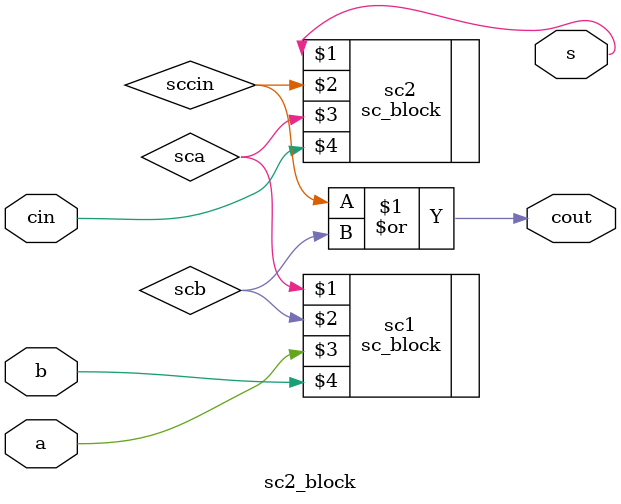
<source format=v>

module sc2_block(s, cout, a, b, cin);

//my code starts here
    output s, cout;
    input a, b, cin;
    wire sca, scb, sccin;

    //a, b go through sc_block
    sc_block sc1(sca, scb, a, b);

    //output "s" is sca goes through sc_block again
    sc_block sc2(s, sccin, sca, cin);


    //output cout is sccin "or" scb;
    or o1(cout, sccin, scb);


endmodule // sc2_block

</source>
